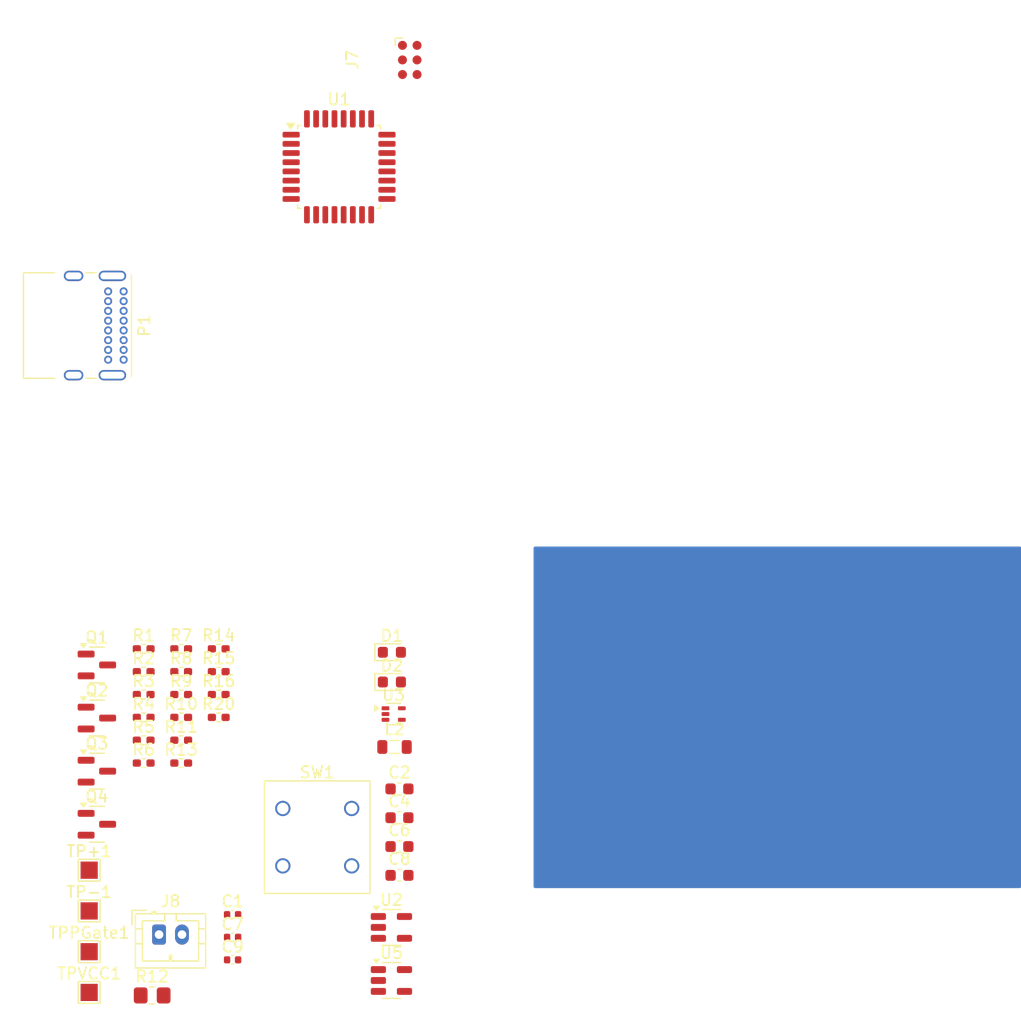
<source format=kicad_pcb>
(kicad_pcb (version 20241229) (generator "pcbnew") (generator_version "9.0")
  (layers (0 "F.Cu" signal) (2 "B.Cu" signal) (13 "F.Paste" user) (15 "B.Paste" user) (5 "F.SilkS" user "F.Silkscreen") (7 "B.SilkS" user "B.Silkscreen") (1 "F.Mask" user) (3 "B.Mask" user) (25 "Edge.Cuts" user))
  (net 0 "")
  (net 1 "GND")
  (net 2 "+3V3")
  (net 3 "VBUS")
  (net 4 "/VBAT_OUT")
  (net 5 "Net-(D1-K)")
  (net 6 "Net-(D2-K)")
  (net 7 "/HB")
  (net 8 "VCC")
  (net 9 "/SWDCLK")
  (net 12 "/SWDIO")
  (net 13 "Net-(J8-Pin_1)")
  (net 14 "Net-(U5-SW)")
  (net 19 "/P_DRAIN")
  (net 20 "Net-(Q1-G)")
  (net 21 "/VBAT")
  (net 22 "Net-(Q2-G)")
  (net 23 "/N_SOURCE")
  (net 24 "/KillPower")
  (net 25 "/EN")
  (net 26 "Net-(Q4-D)")
  (net 27 "Net-(U1-PB8)")
  (net 28 "Net-(U2-PROG)")
  (net 29 "Net-(U2-STAT)")
  (net 30 "/N_GATE")
  (net 31 "Net-(R10-Pad1)")
  (net 32 "Net-(U1-PG10)")
  (net 33 "/BTN_SNS")
  (net 36 "/ADC")
  (footprint "Resistor_SMD:R_0402_1005Metric_Pad0.72x0.64mm_HandSolder" (layer "F.Cu") (at 99.2725 76.16)
    (property "Reference" "R1" (at 0 -1.17 0) (layer "F.SilkS"))
    (property "Value" "100k")
    (fp_line (start -0.167621 -0.38) (end 0.167621 -0.38) (stroke (width 0.12)) (layer "F.SilkS"))
    (fp_line (start -0.167621 0.38) (end 0.167621 0.38) (stroke (width 0.12)) (layer "F.SilkS"))
    (pad "1" smd roundrect (at -0.5975 0) (size 0.715 0.64) (layers "F.Cu" "F.Mask" "F.Paste") (net 4 "/VBAT_OUT"))
    (pad "2" smd roundrect (at 0.5975 0) (size 0.715 0.64) (layers "F.Cu" "F.Mask" "F.Paste") (net 25 "/EN"))
  )
  (footprint "Package_TO_SOT_SMD:SOT-553" (layer "F.Cu") (at 121.0575 81.84)
    (property "Reference" "U3" (at 0 -1.65 0) (layer "F.SilkS"))
    (property "Value" "74LVC1GU04DRL")
    (fp_line (start 0 -0.935) (end -0.6 -0.935) (stroke (width 0.12)) (layer "F.SilkS"))
    (fp_line (start 0 -0.935) (end 0.6 -0.935) (stroke (width 0.12)) (layer "F.SilkS"))
    (fp_line (start 0 0.935) (end -0.6 0.935) (stroke (width 0.12)) (layer "F.SilkS"))
    (fp_line (start 0 0.935) (end 0.6 0.935) (stroke (width 0.12)) (layer "F.SilkS"))
    (fp_poly (pts (xy -1.31 -0.5) (xy -1.64 -0.26) (xy -1.64 -0.74)) (stroke (width 0.12)) (fill yes) (layer "F.SilkS"))
    (pad "1" smd roundrect (at -0.7125 -0.5) (size 0.675 0.35) (layers "F.Cu" "F.Mask" "F.Paste"))
    (pad "2" smd roundrect (at -0.7125 0) (size 0.675 0.35) (layers "F.Cu" "F.Mask" "F.Paste") (net 24 "/KillPower"))
    (pad "3" smd roundrect (at -0.7125 0.5) (size 0.675 0.35) (layers "F.Cu" "F.Mask" "F.Paste") (net 1 "GND"))
    (pad "4" smd roundrect (at 0.7125 0.5) (size 0.675 0.35) (layers "F.Cu" "F.Mask" "F.Paste") (net 22 "Net-(Q2-G)"))
    (pad "5" smd roundrect (at 0.7125 -0.5) (size 0.675 0.35) (layers "F.Cu" "F.Mask" "F.Paste") (net 2 "+3V3"))
  )
  (footprint "TestPoint:TestPoint_Pad_1.5x1.5mm" (layer "F.Cu") (at 94.5225 98.99)
    (property "Reference" "TP-1" (at 0 -1.648 0) (layer "F.SilkS"))
    (property "Value" "TestPoint")
    (fp_line (start -0.95 -0.95) (end 0.95 -0.95) (stroke (width 0.12)) (layer "F.SilkS"))
    (fp_line (start -0.95 0.95) (end -0.95 -0.95) (stroke (width 0.12)) (layer "F.SilkS"))
    (fp_line (start 0.95 -0.95) (end 0.95 0.95) (stroke (width 0.12)) (layer "F.SilkS"))
    (fp_line (start 0.95 0.95) (end -0.95 0.95) (stroke (width 0.12)) (layer "F.SilkS"))
    (pad "1" smd rect (at 0 0) (size 1.5 1.5) (layers "F.Cu" "F.Mask") (net 4 "/VBAT_OUT"))
  )
  (footprint "Connector_JST:JST_PH_B2B-PH-K_1x02_P2.00mm_Vertical" (layer "F.Cu") (at 100.6125 101.05)
    (property "Reference" "J8" (at 1 -2.9 0) (layer "F.SilkS"))
    (property "Value" "Conn_01x02_Male")
    (fp_line (start -2.36 -2.11) (end -2.36 -0.86) (stroke (width 0.12)) (layer "F.SilkS"))
    (fp_line (start -2.06 -1.81) (end -2.06 2.91) (stroke (width 0.12)) (layer "F.SilkS"))
    (fp_line (start -2.06 -0.5) (end -1.45 -0.5) (stroke (width 0.12)) (layer "F.SilkS"))
    (fp_line (start -2.06 0.8) (end -1.45 0.8) (stroke (width 0.12)) (layer "F.SilkS"))
    (fp_line (start -2.06 2.91) (end 4.06 2.91) (stroke (width 0.12)) (layer "F.SilkS"))
    (fp_line (start -1.45 -1.2) (end -1.45 2.3) (stroke (width 0.12)) (layer "F.SilkS"))
    (fp_line (start -1.45 2.3) (end 3.45 2.3) (stroke (width 0.12)) (layer "F.SilkS"))
    (fp_line (start -1.11 -2.11) (end -2.36 -2.11) (stroke (width 0.12)) (layer "F.SilkS"))
    (fp_line (start -0.6 -2.01) (end -0.6 -1.81) (stroke (width 0.12)) (layer "F.SilkS"))
    (fp_line (start -0.3 -2.01) (end -0.6 -2.01) (stroke (width 0.12)) (layer "F.SilkS"))
    (fp_line (start -0.3 -1.91) (end -0.6 -1.91) (stroke (width 0.12)) (layer "F.SilkS"))
    (fp_line (start -0.3 -1.81) (end -0.3 -2.01) (stroke (width 0.12)) (layer "F.SilkS"))
    (fp_line (start 0.5 -1.81) (end 0.5 -1.2) (stroke (width 0.12)) (layer "F.SilkS"))
    (fp_line (start 0.5 -1.2) (end -1.45 -1.2) (stroke (width 0.12)) (layer "F.SilkS"))
    (fp_line (start 0.9 1.8) (end 1.1 1.8) (stroke (width 0.12)) (layer "F.SilkS"))
    (fp_line (start 0.9 2.3) (end 0.9 1.8) (stroke (width 0.12)) (layer "F.SilkS"))
    (fp_line (start 1 2.3) (end 1 1.8) (stroke (width 0.12)) (layer "F.SilkS"))
    (fp_line (start 1.1 1.8) (end 1.1 2.3) (stroke (width 0.12)) (layer "F.SilkS"))
    (fp_line (start 1.5 -1.2) (end 1.5 -1.81) (stroke (width 0.12)) (layer "F.SilkS"))
    (fp_line (start 3.45 -1.2) (end 1.5 -1.2) (stroke (width 0.12)) (layer "F.SilkS"))
    (fp_line (start 3.45 2.3) (end 3.45 -1.2) (stroke (width 0.12)) (layer "F.SilkS"))
    (fp_line (start 4.06 -1.81) (end -2.06 -1.81) (stroke (width 0.12)) (layer "F.SilkS"))
    (fp_line (start 4.06 -0.5) (end 3.45 -0.5) (stroke (width 0.12)) (layer "F.SilkS"))
    (fp_line (start 4.06 0.8) (end 3.45 0.8) (stroke (width 0.12)) (layer "F.SilkS"))
    (fp_line (start 4.06 2.91) (end 4.06 -1.81) (stroke (width 0.12)) (layer "F.SilkS"))
    (pad "1" thru_hole roundrect (at 0 0) (size 1.2 1.75) (drill 0.75) (layers "*.Cu" "*.Mask") (roundrect_rratio 0.208333) (net 13 "Net-(J8-Pin_1)"))
    (pad "2" thru_hole oval (at 2 0) (size 1.2 1.75) (drill 0.75) (layers "*.Cu" "*.Mask") (net 1 "GND"))
  )
  (footprint "Package_TO_SOT_SMD:TSOT-23-5" (layer "F.Cu") (at 120.8625 105.05)
    (property "Reference" "U5" (at 0 -2.4 0) (layer "F.SilkS"))
    (property "Value" "LM3670MF-3.3")
    (fp_line (start 0 -1.56) (end -0.8 -1.56) (stroke (width 0.12)) (layer "F.SilkS"))
    (fp_line (start 0 -1.56) (end 0.8 -1.56) (stroke (width 0.12)) (layer "F.SilkS"))
    (fp_line (start 0 1.56) (end -0.8 1.56) (stroke (width 0.12)) (layer "F.SilkS"))
    (fp_line (start 0 1.56) (end 0.8 1.56) (stroke (width 0.12)) (layer "F.SilkS"))
    (fp_poly (pts (xy -1.3 -1.51) (xy -1.54 -1.84) (xy -1.06 -1.84)) (stroke (width 0.12)) (fill yes) (layer "F.SilkS"))
    (pad "1" smd roundrect (at -1.1375 -0.95) (size 1.325 0.6) (layers "F.Cu" "F.Mask" "F.Paste") (net 4 "/VBAT_OUT"))
    (pad "2" smd roundrect (at -1.1375 0) (size 1.325 0.6) (layers "F.Cu" "F.Mask" "F.Paste") (net 1 "GND"))
    (pad "3" smd roundrect (at -1.1375 0.95) (size 1.325 0.6) (layers "F.Cu" "F.Mask" "F.Paste") (net 25 "/EN"))
    (pad "4" smd roundrect (at 1.1375 0.95) (size 1.325 0.6) (layers "F.Cu" "F.Mask" "F.Paste") (net 2 "+3V3"))
    (pad "5" smd roundrect (at 1.1375 -0.95) (size 1.325 0.6) (layers "F.Cu" "F.Mask" "F.Paste") (net 14 "Net-(U5-SW)"))
  )
  (footprint "Capacitor_SMD:C_0603_1608Metric" (layer "F.Cu") (at 121.5625 90.87)
    (property "Reference" "C4" (at 0 -1.43 0) (layer "F.SilkS"))
    (property "Value" "4.7u")
    (fp_line (start -0.14058 -0.51) (end 0.14058 -0.51) (stroke (width 0.12)) (layer "F.SilkS"))
    (fp_line (start -0.14058 0.51) (end 0.14058 0.51) (stroke (width 0.12)) (layer "F.SilkS"))
    (pad "1" smd roundrect (at -0.775 0) (size 0.9 0.95) (layers "F.Cu" "F.Mask" "F.Paste") (net 4 "/VBAT_OUT"))
    (pad "2" smd roundrect (at 0.775 0) (size 0.9 0.95) (layers "F.Cu" "F.Mask" "F.Paste") (net 1 "GND"))
  )
  (footprint "Package_QFP:LQFP-32_7x7mm_P0.8mm" (layer "F.Cu") (at 116.3 34.175)
    (property "Reference" "U1" (at 0 -5.88 0) (layer "F.SilkS"))
    (property "Value" "STM32G431K6Tx")
    (fp_line (start -3.61 -3.61) (end -3.61 -3.31) (stroke (width 0.12)) (layer "F.SilkS"))
    (fp_line (start -3.61 3.61) (end -3.61 3.31) (stroke (width 0.12)) (layer "F.SilkS"))
    (fp_line (start -3.31 -3.61) (end -3.61 -3.61) (stroke (width 0.12)) (layer "F.SilkS"))
    (fp_line (start -3.31 3.61) (end -3.61 3.61) (stroke (width 0.12)) (layer "F.SilkS"))
    (fp_line (start 3.31 -3.61) (end 3.61 -3.61) (stroke (width 0.12)) (layer "F.SilkS"))
    (fp_line (start 3.31 3.61) (end 3.61 3.61) (stroke (width 0.12)) (layer "F.SilkS"))
    (fp_line (start 3.61 -3.61) (end 3.61 -3.31) (stroke (width 0.12)) (layer "F.SilkS"))
    (fp_line (start 3.61 3.61) (end 3.61 3.31) (stroke (width 0.12)) (layer "F.SilkS"))
    (fp_poly (pts (xy -4.2125 -3.31) (xy -4.5525 -3.78) (xy -3.8725 -3.78)) (stroke (width 0.12)) (fill yes) (layer "F.SilkS"))
    (pad "1" smd roundrect (at -4.175 -2.8) (size 1.5 0.5) (layers "F.Cu" "F.Mask" "F.Paste") (net 2 "+3V3"))
    (pad "2" smd roundrect (at -4.175 -2) (size 1.5 0.5) (layers "F.Cu" "F.Mask" "F.Paste"))
    (pad "3" smd roundrect (at -4.175 -1.2) (size 1.5 0.5) (layers "F.Cu" "F.Mask" "F.Paste"))
    (pad "4" smd roundrect (at -4.175 -0.4) (size 1.5 0.5) (layers "F.Cu" "F.Mask" "F.Paste") (net 32 "Net-(U1-PG10)"))
    (pad "5" smd roundrect (at -4.175 0.4) (size 1.5 0.5) (layers "F.Cu" "F.Mask" "F.Paste"))
    (pad "6" smd roundrect (at -4.175 1.2) (size 1.5 0.5) (layers "F.Cu" "F.Mask" "F.Paste"))
    (pad "7" smd roundrect (at -4.175 2) (size 1.5 0.5) (layers "F.Cu" "F.Mask" "F.Paste"))
    (pad "8" smd roundrect (at -4.175 2.8) (size 1.5 0.5) (layers "F.Cu" "F.Mask" "F.Paste"))
    (pad "9" smd roundrect (at -2.8 4.175) (size 0.5 1.5) (layers "F.Cu" "F.Mask" "F.Paste") (net 33 "/BTN_SNS"))
    (pad "10" smd roundrect (at -2 4.175) (size 0.5 1.5) (layers "F.Cu" "F.Mask" "F.Paste"))
    (pad "11" smd roundrect (at -1.2 4.175) (size 0.5 1.5) (layers "F.Cu" "F.Mask" "F.Paste"))
    (pad "12" smd roundrect (at -0.4 4.175) (size 0.5 1.5) (layers "F.Cu" "F.Mask" "F.Paste") (net 24 "/KillPower"))
    (pad "13" smd roundrect (at 0.4 4.175) (size 0.5 1.5) (layers "F.Cu" "F.Mask" "F.Paste") (net 36 "/ADC"))
    (pad "14" smd roundrect (at 1.2 4.175) (size 0.5 1.5) (layers "F.Cu" "F.Mask" "F.Paste") (net 1 "GND"))
    (pad "15" smd roundrect (at 2 4.175) (size 0.5 1.5) (layers "F.Cu" "F.Mask" "F.Paste") (net 2 "+3V3"))
    (pad "16" smd roundrect (at 2.8 4.175) (size 0.5 1.5) (layers "F.Cu" "F.Mask" "F.Paste") (net 1 "GND"))
    (pad "17" smd roundrect (at 4.175 2.8) (size 1.5 0.5) (layers "F.Cu" "F.Mask" "F.Paste") (net 2 "+3V3"))
    (pad "18" smd roundrect (at 4.175 2) (size 1.5 0.5) (layers "F.Cu" "F.Mask" "F.Paste") (net 30 "/N_GATE"))
    (pad "19" smd roundrect (at 4.175 1.2) (size 1.5 0.5) (layers "F.Cu" "F.Mask" "F.Paste"))
    (pad "20" smd roundrect (at 4.175 0.4) (size 1.5 0.5) (layers "F.Cu" "F.Mask" "F.Paste"))
    (pad "21" smd roundrect (at 4.175 -0.4) (size 1.5 0.5) (layers "F.Cu" "F.Mask" "F.Paste"))
    (pad "22" smd roundrect (at 4.175 -1.2) (size 1.5 0.5) (layers "F.Cu" "F.Mask" "F.Paste"))
    (pad "23" smd roundrect (at 4.175 -2) (size 1.5 0.5) (layers "F.Cu" "F.Mask" "F.Paste") (net 12 "/SWDIO"))
    (pad "24" smd roundrect (at 4.175 -2.8) (size 1.5 0.5) (layers "F.Cu" "F.Mask" "F.Paste") (net 9 "/SWDCLK"))
    (pad "25" smd roundrect (at 2.8 -4.175) (size 0.5 1.5) (layers "F.Cu" "F.Mask" "F.Paste"))
    (pad "26" smd roundrect (at 2 -4.175) (size 0.5 1.5) (layers "F.Cu" "F.Mask" "F.Paste") (net 7 "/HB"))
    (pad "27" smd roundrect (at 1.2 -4.175) (size 0.5 1.5) (layers "F.Cu" "F.Mask" "F.Paste"))
    (pad "28" smd roundrect (at 0.4 -4.175) (size 0.5 1.5) (layers "F.Cu" "F.Mask" "F.Paste"))
    (pad "29" smd roundrect (at -0.4 -4.175) (size 0.5 1.5) (layers "F.Cu" "F.Mask" "F.Paste"))
    (pad "30" smd roundrect (at -1.2 -4.175) (size 0.5 1.5) (layers "F.Cu" "F.Mask" "F.Paste"))
    (pad "31" smd roundrect (at -2 -4.175) (size 0.5 1.5) (layers "F.Cu" "F.Mask" "F.Paste") (net 27 "Net-(U1-PB8)"))
    (pad "32" smd roundrect (at -2.8 -4.175) (size 0.5 1.5) (layers "F.Cu" "F.Mask" "F.Paste") (net 1 "GND"))
  )
  (footprint "Capacitor_SMD:C_0603_1608Metric" (layer "F.Cu") (at 121.5625 93.38)
    (property "Reference" "C6" (at 0 -1.43 0) (layer "F.SilkS"))
    (property "Value" "4.7u")
    (fp_line (start -0.14058 -0.51) (end 0.14058 -0.51) (stroke (width 0.12)) (layer "F.SilkS"))
    (fp_line (start -0.14058 0.51) (end 0.14058 0.51) (stroke (width 0.12)) (layer "F.SilkS"))
    (pad "1" smd roundrect (at -0.775 0) (size 0.9 0.95) (layers "F.Cu" "F.Mask" "F.Paste") (net 2 "+3V3"))
    (pad "2" smd roundrect (at 0.775 0) (size 0.9 0.95) (layers "F.Cu" "F.Mask" "F.Paste") (net 1 "GND"))
  )
  (footprint "Resistor_SMD:R_0402_1005Metric_Pad0.72x0.64mm_HandSolder" (layer "F.Cu") (at 99.2725 82.13)
    (property "Reference" "R4" (at 0 -1.17 0) (layer "F.SilkS"))
    (property "Value" "10k")
    (fp_line (start -0.167621 -0.38) (end 0.167621 -0.38) (stroke (width 0.12)) (layer "F.SilkS"))
    (fp_line (start -0.167621 0.38) (end 0.167621 0.38) (stroke (width 0.12)) (layer "F.SilkS"))
    (pad "1" smd roundrect (at -0.5975 0) (size 0.715 0.64) (layers "F.Cu" "F.Mask" "F.Paste") (net 28 "Net-(U2-PROG)"))
    (pad "2" smd roundrect (at 0.5975 0) (size 0.715 0.64) (layers "F.Cu" "F.Mask" "F.Paste") (net 1 "GND"))
  )
  (footprint "Capacitor_SMD:C_0603_1608Metric" (layer "F.Cu") (at 121.5625 95.89)
    (property "Reference" "C8" (at 0 -1.43 0) (layer "F.SilkS"))
    (property "Value" "4.7u")
    (fp_line (start -0.14058 -0.51) (end 0.14058 -0.51) (stroke (width 0.12)) (layer "F.SilkS"))
    (fp_line (start -0.14058 0.51) (end 0.14058 0.51) (stroke (width 0.12)) (layer "F.SilkS"))
    (pad "1" smd roundrect (at -0.775 0) (size 0.9 0.95) (layers "F.Cu" "F.Mask" "F.Paste") (net 2 "+3V3"))
    (pad "2" smd roundrect (at 0.775 0) (size 0.9 0.95) (layers "F.Cu" "F.Mask" "F.Paste") (net 1 "GND"))
  )
  (footprint "Package_TO_SOT_SMD:SOT-23" (layer "F.Cu") (at 95.1925 77.565)
    (property "Reference" "Q1" (at 0 -2.4 0) (layer "F.SilkS"))
    (property "Value" "Q_PMOS_GSD")
    (fp_line (start 0 -1.56) (end -0.65 -1.56) (stroke (width 0.12)) (layer "F.SilkS"))
    (fp_line (start 0 -1.56) (end 0.65 -1.56) (stroke (width 0.12)) (layer "F.SilkS"))
    (fp_line (start 0 1.56) (end -0.65 1.56) (stroke (width 0.12)) (layer "F.SilkS"))
    (fp_line (start 0 1.56) (end 0.65 1.56) (stroke (width 0.12)) (layer "F.SilkS"))
    (fp_poly (pts (xy -1.1625 -1.51) (xy -1.4025 -1.84) (xy -0.9225 -1.84)) (stroke (width 0.12)) (fill yes) (layer "F.SilkS"))
    (pad "1" smd roundrect (at -0.9375 -0.95) (size 1.475 0.6) (layers "F.Cu" "F.Mask" "F.Paste") (net 20 "Net-(Q1-G)"))
    (pad "2" smd roundrect (at -0.9375 0.95) (size 1.475 0.6) (layers "F.Cu" "F.Mask" "F.Paste") (net 21 "/VBAT"))
    (pad "3" smd roundrect (at 0.9375 0) (size 1.475 0.6) (layers "F.Cu" "F.Mask" "F.Paste") (net 19 "/P_DRAIN"))
  )
  (footprint "Resistor_SMD:R_0402_1005Metric_Pad0.72x0.64mm_HandSolder" (layer "F.Cu") (at 102.5425 86.11)
    (property "Reference" "R13" (at 0 -1.17 0) (layer "F.SilkS"))
    (property "Value" "100k")
    (fp_line (start -0.167621 -0.38) (end 0.167621 -0.38) (stroke (width 0.12)) (layer "F.SilkS"))
    (fp_line (start -0.167621 0.38) (end 0.167621 0.38) (stroke (width 0.12)) (layer "F.SilkS"))
    (pad "1" smd roundrect (at -0.5975 0) (size 0.715 0.64) (layers "F.Cu" "F.Mask" "F.Paste") (net 22 "Net-(Q2-G)"))
    (pad "2" smd roundrect (at 0.5975 0) (size 0.715 0.64) (layers "F.Cu" "F.Mask" "F.Paste") (net 1 "GND"))
  )
  (footprint "Resistor_SMD:R_0402_1005Metric_Pad0.72x0.64mm_HandSolder" (layer "F.Cu") (at 99.2725 84.12)
    (property "Reference" "R5" (at 0 -1.17 0) (layer "F.SilkS"))
    (property "Value" "4.7k")
    (fp_line (start -0.167621 -0.38) (end 0.167621 -0.38) (stroke (width 0.12)) (layer "F.SilkS"))
    (fp_line (start -0.167621 0.38) (end 0.167621 0.38) (stroke (width 0.12)) (layer "F.SilkS"))
    (pad "1" smd roundrect (at -0.5975 0) (size 0.715 0.64) (layers "F.Cu" "F.Mask" "F.Paste") (net 29 "Net-(U2-STAT)"))
    (pad "2" smd roundrect (at 0.5975 0) (size 0.715 0.64) (layers "F.Cu" "F.Mask" "F.Paste") (net 5 "Net-(D1-K)"))
  )
  (footprint "TestPoint:TestPoint_Pad_1.5x1.5mm" (layer "F.Cu") (at 94.5225 95.44)
    (property "Reference" "TP+1" (at 0 -1.648 0) (layer "F.SilkS"))
    (property "Value" "TestPoint")
    (fp_line (start -0.95 -0.95) (end 0.95 -0.95) (stroke (width 0.12)) (layer "F.SilkS"))
    (fp_line (start -0.95 0.95) (end -0.95 -0.95) (stroke (width 0.12)) (layer "F.SilkS"))
    (fp_line (start 0.95 -0.95) (end 0.95 0.95) (stroke (width 0.12)) (layer "F.SilkS"))
    (fp_line (start 0.95 0.95) (end -0.95 0.95) (stroke (width 0.12)) (layer "F.SilkS"))
    (pad "1" smd rect (at 0 0) (size 1.5 1.5) (layers "F.Cu" "F.Mask") (net 19 "/P_DRAIN"))
  )
  (footprint "Resistor_SMD:R_0402_1005Metric_Pad0.72x0.64mm_HandSolder" (layer "F.Cu") (at 105.8125 82.13)
    (property "Reference" "R20" (at 0 -1.17 0) (layer "F.SilkS"))
    (property "Value" "4.7k")
    (fp_line (start -0.167621 -0.38) (end 0.167621 -0.38) (stroke (width 0.12)) (layer "F.SilkS"))
    (fp_line (start -0.167621 0.38) (end 0.167621 0.38) (stroke (width 0.12)) (layer "F.SilkS"))
    (pad "1" smd roundrect (at -0.5975 0) (size 0.715 0.64) (layers "F.Cu" "F.Mask" "F.Paste") (net 1 "GND"))
    (pad "2" smd roundrect (at 0.5975 0) (size 0.715 0.64) (layers "F.Cu" "F.Mask" "F.Paste") (net 6 "Net-(D2-K)"))
  )
  (footprint "Inductor_SMD:L_0805_2012Metric" (layer "F.Cu") (at 121.1325 84.71)
    (property "Reference" "L2" (at 0 -1.55 0) (layer "F.SilkS"))
    (property "Value" "4.7u")
    (fp_line (start -0.399622 -0.56) (end 0.399622 -0.56) (stroke (width 0.12)) (layer "F.SilkS"))
    (fp_line (start -0.399622 0.56) (end 0.399622 0.56) (stroke (width 0.12)) (layer "F.SilkS"))
    (pad "1" smd roundrect (at -1.0625 0) (size 0.875 1.2) (layers "F.Cu" "F.Mask" "F.Paste") (net 14 "Net-(U5-SW)"))
    (pad "2" smd roundrect (at 1.0625 0) (size 0.875 1.2) (layers "F.Cu" "F.Mask" "F.Paste") (net 2 "+3V3"))
  )
  (footprint "Resistor_SMD:R_0402_1005Metric_Pad0.72x0.64mm_HandSolder" (layer "F.Cu") (at 105.8125 78.15)
    (property "Reference" "R15" (at 0 -1.17 0) (layer "F.SilkS"))
    (property "Value" "10K")
    (fp_line (start -0.167621 -0.38) (end 0.167621 -0.38) (stroke (width 0.12)) (layer "F.SilkS"))
    (fp_line (start -0.167621 0.38) (end 0.167621 0.38) (stroke (width 0.12)) (layer "F.SilkS"))
    (pad "1" smd roundrect (at -0.5975 0) (size 0.715 0.64) (layers "F.Cu" "F.Mask" "F.Paste") (net 2 "+3V3"))
    (pad "2" smd roundrect (at 0.5975 0) (size 0.715 0.64) (layers "F.Cu" "F.Mask" "F.Paste") (net 22 "Net-(Q2-G)"))
  )
  (footprint "Capacitor_SMD:C_0402_1005Metric" (layer "F.Cu") (at 107.0225 99.31)
    (property "Reference" "C1" (at 0 -1.16 0) (layer "F.SilkS"))
    (property "Value" "0.1u")
    (fp_line (start -0.107836 -0.36) (end 0.107836 -0.36) (stroke (width 0.12)) (layer "F.SilkS"))
    (fp_line (start -0.107836 0.36) (end 0.107836 0.36) (stroke (width 0.12)) (layer "F.SilkS"))
    (pad "1" smd roundrect (at -0.48 0) (size 0.56 0.62) (layers "F.Cu" "F.Mask" "F.Paste") (net 2 "+3V3"))
    (pad "2" smd roundrect (at 0.48 0) (size 0.56 0.62) (layers "F.Cu" "F.Mask" "F.Paste") (net 1 "GND"))
  )
  (footprint "LED_SMD:LED_0603_1608Metric" (layer "F.Cu") (at 120.9025 76.46)
    (property "Reference" "D1" (at 0 -1.43 0) (layer "F.SilkS"))
    (property "Value" "LED")
    (fp_line (start -1.485 -0.735) (end -1.485 0.735) (stroke (width 0.12)) (layer "F.SilkS"))
    (fp_line (start -1.485 0.735) (end 0.8 0.735) (stroke (width 0.12)) (layer "F.SilkS"))
    (fp_line (start 0.8 -0.735) (end -1.485 -0.735) (stroke (width 0.12)) (layer "F.SilkS"))
    (pad "1" smd roundrect (at -0.7875 0) (size 0.875 0.95) (layers "F.Cu" "F.Mask" "F.Paste") (net 5 "Net-(D1-K)"))
    (pad "2" smd roundrect (at 0.7875 0) (size 0.875 0.95) (layers "F.Cu" "F.Mask" "F.Paste") (net 3 "VBUS"))
  )
  (footprint "Package_TO_SOT_SMD:SOT-23" (layer "F.Cu") (at 95.1925 82.19)
    (property "Reference" "Q2" (at 0 -2.4 0) (layer "F.SilkS"))
    (property "Value" "Q_NMOS_GSD")
    (fp_line (start 0 -1.56) (end -0.65 -1.56) (stroke (width 0.12)) (layer "F.SilkS"))
    (fp_line (start 0 -1.56) (end 0.65 -1.56) (stroke (width 0.12)) (layer "F.SilkS"))
    (fp_line (start 0 1.56) (end -0.65 1.56) (stroke (width 0.12)) (layer "F.SilkS"))
    (fp_line (start 0 1.56) (end 0.65 1.56) (stroke (width 0.12)) (layer "F.SilkS"))
    (fp_poly (pts (xy -1.1625 -1.51) (xy -1.4025 -1.84) (xy -0.9225 -1.84)) (stroke (width 0.12)) (fill yes) (layer "F.SilkS"))
    (pad "1" smd roundrect (at -0.9375 -0.95) (size 1.475 0.6) (layers "F.Cu" "F.Mask" "F.Paste") (net 22 "Net-(Q2-G)"))
    (pad "2" smd roundrect (at -0.9375 0.95) (size 1.475 0.6) (layers "F.Cu" "F.Mask" "F.Paste") (net 23 "/N_SOURCE"))
    (pad "3" smd roundrect (at 0.9375 0) (size 1.475 0.6) (layers "F.Cu" "F.Mask" "F.Paste") (net 20 "Net-(Q1-G)"))
  )
  (footprint "Library:401-1133-ND" (layer "F.Cu") (at 111.3975 90.065)
    (property "Reference" "SW1" (at 3 -3.15 0) (layer "F.SilkS"))
    (property "Value" "SW_DPST")
    (fp_rect (start -1.6 -2.4) (end 7.6 7.4) (stroke (width 0.12)) (fill no) (layer "F.SilkS"))
    (pad "1" thru_hole circle (at 0 5 90) (size 1.33 1.33) (drill 1) (layers "*.Cu" "*.Mask") (net 2 "+3V3"))
    (pad "2" thru_hole circle (at 0 0 90) (size 1.33 1.33) (drill 1) (layers "*.Cu" "*.Mask") (net 33 "/BTN_SNS"))
    (pad "3" thru_hole circle (at 6 5 90) (size 1.33 1.33) (drill 1) (layers "*.Cu" "*.Mask") (net 20 "Net-(Q1-G)"))
    (pad "4" thru_hole circle (at 6 0 90) (size 1.33 1.33) (drill 1) (layers "*.Cu" "*.Mask") (net 31 "Net-(R10-Pad1)"))
  )
  (footprint "Resistor_SMD:R_0402_1005Metric_Pad0.72x0.64mm_HandSolder" (layer "F.Cu") (at 102.5425 80.14)
    (property "Reference" "R9" (at 0 -1.17 0) (layer "F.SilkS"))
    (property "Value" "100k")
    (fp_line (start -0.167621 -0.38) (end 0.167621 -0.38) (stroke (width 0.12)) (layer "F.SilkS"))
    (fp_line (start -0.167621 0.38) (end 0.167621 0.38) (stroke (width 0.12)) (layer "F.SilkS"))
    (pad "1" smd roundrect (at -0.5975 0) (size 0.715 0.64) (layers "F.Cu" "F.Mask" "F.Paste") (net 24 "/KillPower"))
    (pad "2" smd roundrect (at 0.5975 0) (size 0.715 0.64) (layers "F.Cu" "F.Mask" "F.Paste") (net 1 "GND"))
  )
  (footprint "Connector:Tag-Connect_TC2030-IDC-FP_2x03_P1.27mm_Vertical" (layer "F.Cu") (at 122.46 24.865 -90)
    (property "Reference" "J7" (at 0 5 90) (layer "F.SilkS"))
    (property "Value" "TAG_CONNECT")
    (fp_line (start -1.905 1.27) (end -1.905 0.635) (stroke (width 0.12)) (layer "F.SilkS"))
    (fp_line (start -1.27 1.27) (end -1.905 1.27) (stroke (width 0.12)) (layer "F.SilkS"))
    (pad "" np_thru_hole circle (at -2.54 -2.54 270) (size 2.3749 2.3749) (drill 2.3749) (layers "*.Cu" "*.Mask"))
    (pad "" np_thru_hole circle (at -2.54 0 270) (size 0.9906 0.9906) (drill 0.9906) (layers "*.Cu" "*.Mask"))
    (pad "" np_thru_hole circle (at -2.54 2.54 270) (size 2.3749 2.3749) (drill 2.3749) (layers "*.Cu" "*.Mask"))
    (pad "" np_thru_hole circle (at 0.635 -2.54 270) (size 2.3749 2.3749) (drill 2.3749) (layers "*.Cu" "*.Mask"))
    (pad "" np_thru_hole circle (at 0.635 2.54 270) (size 2.3749 2.3749) (drill 2.3749) (layers "*.Cu" "*.Mask"))
    (pad "" np_thru_hole circle (at 2.54 -1.016 270) (size 0.9906 0.9906) (drill 0.9906) (layers "*.Cu" "*.Mask"))
    (pad "" np_thru_hole circle (at 2.54 1.016 270) (size 0.9906 0.9906) (drill 0.9906) (layers "*.Cu" "*.Mask"))
    (pad "1" connect circle (at -1.27 0.635 270) (size 0.7874 0.7874) (layers "F.Cu" "F.Mask") (net 8 "VCC"))
    (pad "2" connect circle (at -1.27 -0.635 270) (size 0.7874 0.7874) (layers "F.Cu" "F.Mask"))
    (pad "3" connect circle (at 0 0.635 270) (size 0.7874 0.7874) (layers "F.Cu" "F.Mask") (net 1 "GND"))
    (pad "4" connect circle (at 0 -0.635 270) (size 0.7874 0.7874) (layers "F.Cu" "F.Mask"))
    (pad "5" connect circle (at 1.27 0.635 270) (size 0.7874 0.7874) (layers "F.Cu" "F.Mask") (net 9 "/SWDCLK"))
    (pad "6" connect circle (at 1.27 -0.635 270) (size 0.7874 0.7874) (layers "F.Cu" "F.Mask") (net 12 "/SWDIO"))
  )
  (footprint "TestPoint:TestPoint_Pad_1.5x1.5mm" (layer "F.Cu") (at 94.5225 106.09)
    (property "Reference" "TPVCC1" (at 0 -1.648 0) (layer "F.SilkS"))
    (property "Value" "TestPoint")
    (fp_line (start -0.95 -0.95) (end 0.95 -0.95) (stroke (width 0.12)) (layer "F.SilkS"))
    (fp_line (start -0.95 0.95) (end -0.95 -0.95) (stroke (width 0.12)) (layer "F.SilkS"))
    (fp_line (start 0.95 -0.95) (end 0.95 0.95) (stroke (width 0.12)) (layer "F.SilkS"))
    (fp_line (start 0.95 0.95) (end -0.95 0.95) (stroke (width 0.12)) (layer "F.SilkS"))
    (pad "1" smd rect (at 0 0) (size 1.5 1.5) (layers "F.Cu" "F.Mask") (net 2 "+3V3"))
  )
  (footprint "Resistor_SMD:R_0402_1005Metric_Pad0.72x0.64mm_HandSolder" (layer "F.Cu") (at 99.2725 86.11)
    (property "Reference" "R6" (at 0 -1.17 0) (layer "F.SilkS"))
    (property "Value" "1M")
    (fp_line (start -0.167621 -0.38) (end 0.167621 -0.38) (stroke (width 0.12)) (layer "F.SilkS"))
    (fp_line (start -0.167621 0.38) (end 0.167621 0.38) (stroke (width 0.12)) (layer "F.SilkS"))
    (pad "1" smd roundrect (at -0.5975 0) (size 0.715 0.64) (layers "F.Cu" "F.Mask" "F.Paste") (net 21 "/VBAT"))
    (pad "2" smd roundrect (at 0.5975 0) (size 0.715 0.64) (layers "F.Cu" "F.Mask" "F.Paste") (net 20 "Net-(Q1-G)"))
  )
  (footprint "Resistor_SMD:R_0402_1005Metric_Pad0.72x0.64mm_HandSolder" (layer "F.Cu") (at 102.5425 82.13)
    (property "Reference" "R10" (at 0 -1.17 0) (layer "F.SilkS"))
    (property "Value" "10k")
    (fp_line (start -0.167621 -0.38) (end 0.167621 -0.38) (stroke (width 0.12)) (layer "F.SilkS"))
    (fp_line (start -0.167621 0.38) (end 0.167621 0.38) (stroke (width 0.12)) (layer "F.SilkS"))
    (pad "1" smd roundrect (at -0.5975 0) (size 0.715 0.64) (layers "F.Cu" "F.Mask" "F.Paste") (net 31 "Net-(R10-Pad1)"))
    (pad "2" smd roundrect (at 0.5975 0) (size 0.715 0.64) (layers "F.Cu" "F.Mask" "F.Paste") (net 1 "GND"))
  )
  (footprint "Resistor_SMD:R_0402_1005Metric_Pad0.72x0.64mm_HandSolder" (layer "F.Cu") (at 102.5425 84.12)
    (property "Reference" "R11" (at 0 -1.17 0) (layer "F.SilkS"))
    (property "Value" "0")
    (fp_line (start -0.167621 -0.38) (end 0.167621 -0.38) (stroke (width 0.12)) (layer "F.SilkS"))
    (fp_line (start -0.167621 0.38) (end 0.167621 0.38) (stroke (width 0.12)) (layer "F.SilkS"))
    (pad "1" smd roundrect (at -0.5975 0) (size 0.715 0.64) (layers "F.Cu" "F.Mask" "F.Paste") (net 13 "Net-(J8-Pin_1)"))
    (pad "2" smd roundrect (at 0.5975 0) (size 0.715 0.64) (layers "F.Cu" "F.Mask" "F.Paste") (net 21 "/VBAT"))
  )
  (footprint "Connector_USB:USB_C_Receptacle_GCT_USB4085" (layer "F.Cu") (at 97.525 45.025 -90)
    (property "Reference" "P1" (at 2.975 -1.8 90) (layer "F.SilkS"))
    (property "Value" "USB_C_Plug_USB2.0")
    (fp_line (start -1.62 8.73) (end 7.57 8.73) (stroke (width 0.12)) (layer "F.SilkS"))
    (fp_line (start -1.62 6) (end -1.62 8.73) (stroke (width 0.12)) (layer "F.SilkS"))
    (fp_line (start 7.57 6) (end 7.57 8.73) (stroke (width 0.12)) (layer "F.SilkS"))
    (fp_line (start -1.62 2.4) (end -1.62 3.3) (stroke (width 0.12)) (layer "F.SilkS"))
    (fp_line (start 7.57 2.4) (end 7.57 3.3) (stroke (width 0.12)) (layer "F.SilkS"))
    (fp_line (start -1.5 -0.68) (end 7.45 -0.68) (stroke (width 0.12)) (layer "F.SilkS"))
    (pad "A1" thru_hole circle (at 0 0 270) (size 0.7 0.7) (drill 0.4) (layers "*.Cu" "*.Mask") (net 1 "GND"))
    (pad "A4" thru_hole circle (at 0.85 0 270) (size 0.7 0.7) (drill 0.4) (layers "*.Cu" "*.Mask") (net 3 "VBUS"))
    (pad "A5" thru_hole circle (at 1.7 0 270) (size 0.7 0.7) (drill 0.4) (layers "*.Cu" "*.Mask"))
    (pad "A6" thru_hole circle (at 2.55 0 270) (size 0.7 0.7) (drill 0.4) (layers "*.Cu" "*.Mask"))
    (pad "A7" thru_hole circle (at 3.4 0 270) (size 0.7 0.7) (drill 0.4) (layers "*.Cu" "*.Mask"))
    (pad "A8" thru_hole circle (at 4.25 0 270) (size 0.7 0.7) (drill 0.4) (layers "*.Cu" "*.Mask"))
    (pad "A9" thru_hole circle (at 5.1 0 270) (size 0.7 0.7) (drill 0.4) (layers "*.Cu" "*.Mask") (net 3 "VBUS"))
    (pad "A12" thru_hole circle (at 5.95 0 270) (size 0.7 0.7) (drill 0.4) (layers "*.Cu" "*.Mask") (net 1 "GND"))
    (pad "B1" thru_hole circle (at 5.95 1.35 270) (size 0.7 0.7) (drill 0.4) (layers "*.Cu" "*.Mask") (net 1 "GND"))
    (pad "B4" thru_hole circle (at 5.1 1.35 270) (size 0.7 0.7) (drill 0.4) (layers "*.Cu" "*.Mask") (net 3 "VBUS"))
    (pad "B5" thru_hole circle (at 4.25 1.35 270) (size 0.7 0.7) (drill 0.4) (layers "*.Cu" "*.Mask"))
    (pad "B6" thru_hole circle (at 3.4 1.35 270) (size 0.7 0.7) (drill 0.4) (layers "*.Cu" "*.Mask"))
    (pad "B7" thru_hole circle (at 2.55 1.35 270) (size 0.7 0.7) (drill 0.4) (layers "*.Cu" "*.Mask"))
    (pad "B8" thru_hole circle (at 1.7 1.35 270) (size 0.7 0.7) (drill 0.4) (layers "*.Cu" "*.Mask"))
    (pad "B9" thru_hole circle (at 0.85 1.35 270) (size 0.7 0.7) (drill 0.4) (layers "*.Cu" "*.Mask") (net 3 "VBUS"))
    (pad "B12" thru_hole circle (at 0 1.35 270) (size 0.7 0.7) (drill 0.4) (layers "*.Cu" "*.Mask") (net 1 "GND"))
    (pad "S1" thru_hole oval (at -1.35 0.98 270) (size 0.9 2.4) (drill oval 0.6 2.1) (layers "*.Cu" "*.Mask") (net 1 "GND"))
    (pad "S1" thru_hole oval (at -1.35 4.36 270) (size 0.9 1.7) (drill oval 0.6 1.4) (layers "*.Cu" "*.Mask") (net 1 "GND"))
    (pad "S1" thru_hole oval (at 7.3 0.98 270) (size 0.9 2.4) (drill oval 0.6 2.1) (layers "*.Cu" "*.Mask") (net 1 "GND"))
    (pad "S1" thru_hole oval (at 7.3 4.36 270) (size 0.9 1.7) (drill oval 0.6 1.4) (layers "*.Cu" "*.Mask") (net 1 "GND"))
  )
  (footprint "Resistor_SMD:R_0402_1005Metric_Pad0.72x0.64mm_HandSolder" (layer "F.Cu") (at 99.2725 80.14)
    (property "Reference" "R3" (at 0 -1.17 0) (layer "F.SilkS"))
    (property "Value" "10k")
    (fp_line (start -0.167621 -0.38) (end 0.167621 -0.38) (stroke (width 0.12)) (layer "F.SilkS"))
    (fp_line (start -0.167621 0.38) (end 0.167621 0.38) (stroke (width 0.12)) (layer "F.SilkS"))
    (pad "1" smd roundrect (at -0.5975 0) (size 0.715 0.64) (layers "F.Cu" "F.Mask" "F.Paste") (net 27 "Net-(U1-PB8)"))
    (pad "2" smd roundrect (at 0.5975 0) (size 0.715 0.64) (layers "F.Cu" "F.Mask" "F.Paste") (net 1 "GND"))
  )
  (footprint "TestPoint:TestPoint_Pad_1.5x1.5mm" (layer "F.Cu") (at 94.5225 102.54)
    (property "Reference" "TPPGate1" (at 0 -1.648 0) (layer "F.SilkS"))
    (property "Value" "TestPoint")
    (fp_line (start -0.95 -0.95) (end 0.95 -0.95) (stroke (width 0.12)) (layer "F.SilkS"))
    (fp_line (start -0.95 0.95) (end -0.95 -0.95) (stroke (width 0.12)) (layer "F.SilkS"))
    (fp_line (start 0.95 -0.95) (end 0.95 0.95) (stroke (width 0.12)) (layer "F.SilkS"))
    (fp_line (start 0.95 0.95) (end -0.95 0.95) (stroke (width 0.12)) (layer "F.SilkS"))
    (pad "1" smd rect (at 0 0) (size 1.5 1.5) (layers "F.Cu" "F.Mask") (net 20 "Net-(Q1-G)"))
  )
  (footprint "Resistor_SMD:R_0402_1005Metric_Pad0.72x0.64mm_HandSolder" (layer "F.Cu") (at 105.8125 76.16)
    (property "Reference" "R14" (at 0 -1.17 0) (layer "F.SilkS"))
    (property "Value" "10k")
    (fp_line (start -0.167621 -0.38) (end 0.167621 -0.38) (stroke (width 0.12)) (layer "F.SilkS"))
    (fp_line (start -0.167621 0.38) (end 0.167621 0.38) (stroke (width 0.12)) (layer "F.SilkS"))
    (pad "1" smd roundrect (at -0.5975 0) (size 0.715 0.64) (layers "F.Cu" "F.Mask" "F.Paste") (net 23 "/N_SOURCE"))
    (pad "2" smd roundrect (at 0.5975 0) (size 0.715 0.64) (layers "F.Cu" "F.Mask" "F.Paste") (net 1 "GND"))
  )
  (footprint "Resistor_SMD:R_0402_1005Metric_Pad0.72x0.64mm_HandSolder" (layer "F.Cu") (at 99.2725 78.15)
    (property "Reference" "R2" (at 0 -1.17 0) (layer "F.SilkS"))
    (property "Value" "100k")
    (fp_line (start -0.167621 -0.38) (end 0.167621 -0.38) (stroke (width 0.12)) (layer "F.SilkS"))
    (fp_line (start -0.167621 0.38) (end 0.167621 0.38) (stroke (width 0.12)) (layer "F.SilkS"))
    (pad "1" smd roundrect (at -0.5975 0) (size 0.715 0.64) (layers "F.Cu" "F.Mask" "F.Paste") (net 24 "/KillPower"))
    (pad "2" smd roundrect (at 0.5975 0) (size 0.715 0.64) (layers "F.Cu" "F.Mask" "F.Paste") (net 1 "GND"))
  )
  (footprint "Capacitor_SMD:C_0603_1608Metric" (layer "F.Cu") (at 121.5625 88.36)
    (property "Reference" "C2" (at 0 -1.43 0) (layer "F.SilkS"))
    (property "Value" "4.7u")
    (fp_line (start -0.14058 -0.51) (end 0.14058 -0.51) (stroke (width 0.12)) (layer "F.SilkS"))
    (fp_line (start -0.14058 0.51) (end 0.14058 0.51) (stroke (width 0.12)) (layer "F.SilkS"))
    (pad "1" smd roundrect (at -0.775 0) (size 0.9 0.95) (layers "F.Cu" "F.Mask" "F.Paste") (net 3 "VBUS"))
    (pad "2" smd roundrect (at 0.775 0) (size 0.9 0.95) (layers "F.Cu" "F.Mask" "F.Paste") (net 1 "GND"))
  )
  (footprint "Resistor_SMD:R_0402_1005Metric_Pad0.72x0.64mm_HandSolder" (layer "F.Cu") (at 102.5425 76.16)
    (property "Reference" "R7" (at 0 -1.17 0) (layer "F.SilkS"))
    (property "Value" "0")
    (fp_line (start -0.167621 -0.38) (end 0.167621 -0.38) (stroke (width 0.12)) (layer "F.SilkS"))
    (fp_line (start -0.167621 0.38) (end 0.167621 0.38) (stroke (width 0.12)) (layer "F.SilkS"))
    (pad "1" smd roundrect (at -0.5975 0) (size 0.715 0.64) (layers "F.Cu" "F.Mask" "F.Paste") (net 30 "/N_GATE"))
    (pad "2" smd roundrect (at 0.5975 0) (size 0.715 0.64) (layers "F.Cu" "F.Mask" "F.Paste") (net 22 "Net-(Q2-G)"))
  )
  (footprint "Package_TO_SOT_SMD:SOT-23-5" (layer "F.Cu") (at 120.8625 100.425)
    (property "Reference" "U2" (at 0 -2.4 0) (layer "F.SilkS"))
    (property "Value" "MCP73832-2-OT")
    (fp_line (start 0 -1.56) (end -0.8 -1.56) (stroke (width 0.12)) (layer "F.SilkS"))
    (fp_line (start 0 -1.56) (end 0.8 -1.56) (stroke (width 0.12)) (layer "F.SilkS"))
    (fp_line (start 0 1.56) (end -0.8 1.56) (stroke (width 0.12)) (layer "F.SilkS"))
    (fp_line (start 0 1.56) (end 0.8 1.56) (stroke (width 0.12)) (layer "F.SilkS"))
    (fp_poly (pts (xy -1.3 -1.51) (xy -1.54 -1.84) (xy -1.06 -1.84)) (stroke (width 0.12)) (fill yes) (layer "F.SilkS"))
    (pad "1" smd roundrect (at -1.1375 -0.95) (size 1.325 0.6) (layers "F.Cu" "F.Mask" "F.Paste") (net 29 "Net-(U2-STAT)"))
    (pad "2" smd roundrect (at -1.1375 0) (size 1.325 0.6) (layers "F.Cu" "F.Mask" "F.Paste") (net 1 "GND"))
    (pad "3" smd roundrect (at -1.1375 0.95) (size 1.325 0.6) (layers "F.Cu" "F.Mask" "F.Paste") (net 21 "/VBAT"))
    (pad "4" smd roundrect (at 1.1375 0.95) (size 1.325 0.6) (layers "F.Cu" "F.Mask" "F.Paste") (net 3 "VBUS"))
    (pad "5" smd roundrect (at 1.1375 -0.95) (size 1.325 0.6) (layers "F.Cu" "F.Mask" "F.Paste") (net 28 "Net-(U2-PROG)"))
  )
  (footprint "Capacitor_SMD:C_0402_1005Metric" (layer "F.Cu") (at 107.0225 101.28)
    (property "Reference" "C7" (at 0 -1.16 0) (layer "F.SilkS"))
    (property "Value" "0.1u")
    (fp_line (start -0.107836 -0.36) (end 0.107836 -0.36) (stroke (width 0.12)) (layer "F.SilkS"))
    (fp_line (start -0.107836 0.36) (end 0.107836 0.36) (stroke (width 0.12)) (layer "F.SilkS"))
    (pad "1" smd roundrect (at -0.48 0) (size 0.56 0.62) (layers "F.Cu" "F.Mask" "F.Paste") (net 2 "+3V3"))
    (pad "2" smd roundrect (at 0.48 0) (size 0.56 0.62) (layers "F.Cu" "F.Mask" "F.Paste") (net 1 "GND"))
  )
  (footprint "Package_TO_SOT_SMD:SOT-23" (layer "F.Cu") (at 95.1925 91.44)
    (property "Reference" "Q4" (at 0 -2.4 0) (layer "F.SilkS"))
    (property "Value" "Q_NMOS_GSD")
    (fp_line (start 0 -1.56) (end -0.65 -1.56) (stroke (width 0.12)) (layer "F.SilkS"))
    (fp_line (start 0 -1.56) (end 0.65 -1.56) (stroke (width 0.12)) (layer "F.SilkS"))
    (fp_line (start 0 1.56) (end -0.65 1.56) (stroke (width 0.12)) (layer "F.SilkS"))
    (fp_line (start 0 1.56) (end 0.65 1.56) (stroke (width 0.12)) (layer "F.SilkS"))
    (fp_poly (pts (xy -1.1625 -1.51) (xy -1.4025 -1.84) (xy -0.9225 -1.84)) (stroke (width 0.12)) (fill yes) (layer "F.SilkS"))
    (pad "1" smd roundrect (at -0.9375 -0.95) (size 1.475 0.6) (layers "F.Cu" "F.Mask" "F.Paste") (net 24 "/KillPower"))
    (pad "2" smd roundrect (at -0.9375 0.95) (size 1.475 0.6) (layers "F.Cu" "F.Mask" "F.Paste") (net 1 "GND"))
    (pad "3" smd roundrect (at 0.9375 0) (size 1.475 0.6) (layers "F.Cu" "F.Mask" "F.Paste") (net 26 "Net-(Q4-D)"))
  )
  (footprint "Resistor_SMD:R_0805_2012Metric_Pad1.20x1.40mm_HandSolder" (layer "F.Cu") (at 100.0125 106.35)
    (property "Reference" "R12" (at 0 -1.65 0) (layer "F.SilkS"))
    (property "Value" "25m")
    (fp_line (start -0.227064 -0.735) (end 0.227064 -0.735) (stroke (width 0.12)) (layer "F.SilkS"))
    (fp_line (start -0.227064 0.735) (end 0.227064 0.735) (stroke (width 0.12)) (layer "F.SilkS"))
    (pad "1" smd roundrect (at -1 0) (size 1.2 1.4) (layers "F.Cu" "F.Mask" "F.Paste") (roundrect_rratio 0.208333) (net 4 "/VBAT_OUT"))
    (pad "2" smd roundrect (at 1 0) (size 1.2 1.4) (layers "F.Cu" "F.Mask" "F.Paste") (roundrect_rratio 0.208333) (net 19 "/P_DRAIN"))
  )
  (footprint "LED_SMD:LED_0603_1608Metric" (layer "F.Cu") (at 120.9025 79.05)
    (property "Reference" "D2" (at 0 -1.43 0) (layer "F.SilkS"))
    (property "Value" "LED")
    (fp_line (start -1.485 -0.735) (end -1.485 0.735) (stroke (width 0.12)) (layer "F.SilkS"))
    (fp_line (start -1.485 0.735) (end 0.8 0.735) (stroke (width 0.12)) (layer "F.SilkS"))
    (fp_line (start 0.8 -0.735) (end -1.485 -0.735) (stroke (width 0.12)) (layer "F.SilkS"))
    (pad "1" smd roundrect (at -0.7875 0) (size 0.875 0.95) (layers "F.Cu" "F.Mask" "F.Paste") (net 6 "Net-(D2-K)"))
    (pad "2" smd roundrect (at 0.7875 0) (size 0.875 0.95) (layers "F.Cu" "F.Mask" "F.Paste") (net 7 "/HB"))
  )
  (footprint "Resistor_SMD:R_0402_1005Metric_Pad0.72x0.64mm_HandSolder" (layer "F.Cu") (at 105.8125 80.14)
    (property "Reference" "R16" (at 0 -1.17 0) (layer "F.SilkS"))
    (property "Value" "10k")
    (fp_line (start -0.167621 -0.38) (end 0.167621 -0.38) (stroke (width 0.12)) (layer "F.SilkS"))
    (fp_line (start -0.167621 0.38) (end 0.167621 0.38) (stroke (width 0.12)) (layer "F.SilkS"))
    (pad "1" smd roundrect (at -0.5975 0) (size 0.715 0.64) (layers "F.Cu" "F.Mask" "F.Paste") (net 2 "+3V3"))
    (pad "2" smd roundrect (at 0.5975 0) (size 0.715 0.64) (layers "F.Cu" "F.Mask" "F.Paste") (net 32 "Net-(U1-PG10)"))
  )
  (footprint "Resistor_SMD:R_0402_1005Metric_Pad0.72x0.64mm_HandSolder" (layer "F.Cu") (at 102.5425 78.15)
    (property "Reference" "R8" (at 0 -1.17 0) (layer "F.SilkS"))
    (property "Value" "10")
    (fp_line (start -0.167621 -0.38) (end 0.167621 -0.38) (stroke (width 0.12)) (layer "F.SilkS"))
    (fp_line (start -0.167621 0.38) (end 0.167621 0.38) (stroke (width 0.12)) (layer "F.SilkS"))
    (pad "1" smd roundrect (at -0.5975 0) (size 0.715 0.64) (layers "F.Cu" "F.Mask" "F.Paste") (net 2 "+3V3"))
    (pad "2" smd roundrect (at 0.5975 0) (size 0.715 0.64) (layers "F.Cu" "F.Mask" "F.Paste") (net 26 "Net-(Q4-D)"))
  )
  (footprint "Package_TO_SOT_SMD:SOT-23" (layer "F.Cu") (at 95.1925 86.815)
    (property "Reference" "Q3" (at 0 -2.4 0) (layer "F.SilkS"))
    (property "Value" "Q_NMOS_GSD")
    (fp_line (start 0 -1.56) (end -0.65 -1.56) (stroke (width 0.12)) (layer "F.SilkS"))
    (fp_line (start 0 -1.56) (end 0.65 -1.56) (stroke (width 0.12)) (layer "F.SilkS"))
    (fp_line (start 0 1.56) (end -0.65 1.56) (stroke (width 0.12)) (layer "F.SilkS"))
    (fp_line (start 0 1.56) (end 0.65 1.56) (stroke (width 0.12)) (layer "F.SilkS"))
    (fp_poly (pts (xy -1.1625 -1.51) (xy -1.4025 -1.84) (xy -0.9225 -1.84)) (stroke (width 0.12)) (fill yes) (layer "F.SilkS"))
    (pad "1" smd roundrect (at -0.9375 -0.95) (size 1.475 0.6) (layers "F.Cu" "F.Mask" "F.Paste") (net 24 "/KillPower"))
    (pad "2" smd roundrect (at -0.9375 0.95) (size 1.475 0.6) (layers "F.Cu" "F.Mask" "F.Paste") (net 1 "GND"))
    (pad "3" smd roundrect (at 0.9375 0) (size 1.475 0.6) (layers "F.Cu" "F.Mask" "F.Paste") (net 25 "/EN"))
  )
  (footprint "Capacitor_SMD:C_0402_1005Metric" (layer "F.Cu") (at 107.0225 103.25)
    (property "Reference" "C9" (at 0 -1.16 0) (layer "F.SilkS"))
    (property "Value" "0.1u")
    (fp_line (start -0.107836 -0.36) (end 0.107836 -0.36) (stroke (width 0.12)) (layer "F.SilkS"))
    (fp_line (start -0.107836 0.36) (end 0.107836 0.36) (stroke (width 0.12)) (layer "F.SilkS"))
    (pad "1" smd roundrect (at -0.48 0) (size 0.56 0.62) (layers "F.Cu" "F.Mask" "F.Paste") (net 2 "+3V3"))
    (pad "2" smd roundrect (at 0.48 0) (size 0.56 0.62) (layers "F.Cu" "F.Mask" "F.Paste") (net 1 "GND"))
  )
  (zone (net 1) (net_name "GND") (layer "B.Cu") (connect_pads (clearance 0.5)) (min_thickness 0.25) (fill yes (thermal_gap 0.5) (thermal_bridge_width 0.5))
    (polygon (pts (xy 133.25 67.25) (xy 175.75 67.25) (xy 175.75 97) (xy 133.25 97)))
  )
)
</source>
